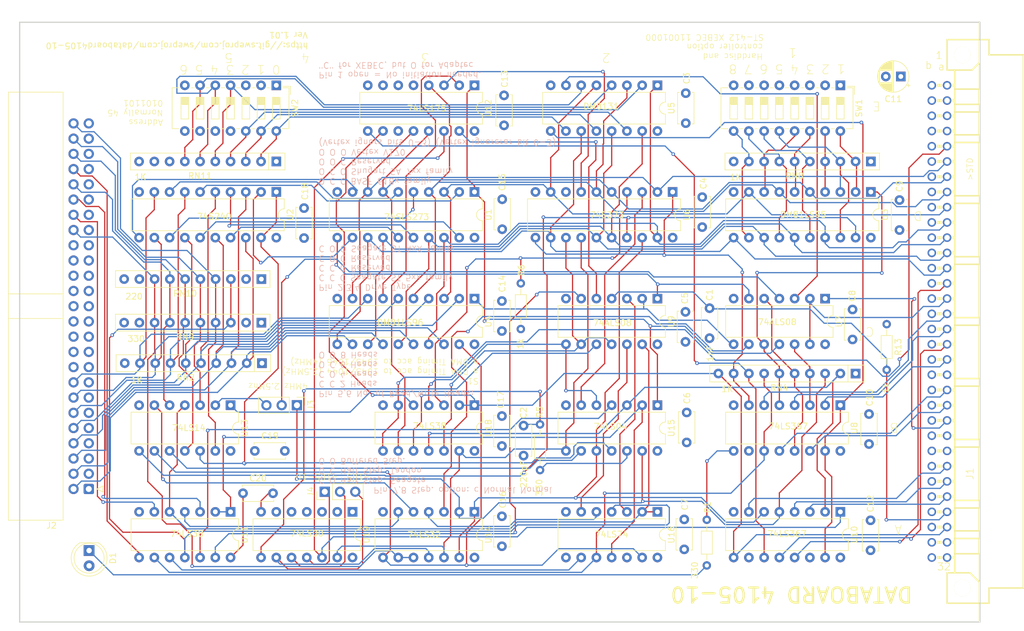
<source format=kicad_pcb>
(kicad_pcb
	(version 20240108)
	(generator "pcbnew")
	(generator_version "8.0")
	(general
		(thickness 1.6)
		(legacy_teardrops no)
	)
	(paper "A4")
	(title_block
		(date "2024-12-23")
		(rev "Ver 1.01")
	)
	(layers
		(0 "F.Cu" signal)
		(1 "In1.Cu" signal)
		(2 "In2.Cu" signal)
		(31 "B.Cu" signal)
		(32 "B.Adhes" user "B.Adhesive")
		(33 "F.Adhes" user "F.Adhesive")
		(34 "B.Paste" user)
		(35 "F.Paste" user)
		(36 "B.SilkS" user "B.Silkscreen")
		(37 "F.SilkS" user "F.Silkscreen")
		(38 "B.Mask" user)
		(39 "F.Mask" user)
		(40 "Dwgs.User" user "User.Drawings")
		(41 "Cmts.User" user "User.Comments")
		(42 "Eco1.User" user "User.Eco1")
		(43 "Eco2.User" user "User.Eco2")
		(44 "Edge.Cuts" user)
		(45 "Margin" user)
		(46 "B.CrtYd" user "B.Courtyard")
		(47 "F.CrtYd" user "F.Courtyard")
		(48 "B.Fab" user)
		(49 "F.Fab" user)
		(50 "User.1" user)
		(51 "User.2" user)
		(52 "User.3" user)
		(53 "User.4" user)
		(54 "User.5" user)
		(55 "User.6" user)
		(56 "User.7" user)
		(57 "User.8" user)
		(58 "User.9" user)
	)
	(setup
		(stackup
			(layer "F.SilkS"
				(type "Top Silk Screen")
			)
			(layer "F.Paste"
				(type "Top Solder Paste")
			)
			(layer "F.Mask"
				(type "Top Solder Mask")
				(thickness 0.01)
			)
			(layer "F.Cu"
				(type "copper")
				(thickness 0.035)
			)
			(layer "dielectric 1"
				(type "prepreg")
				(thickness 0.1)
				(material "FR4")
				(epsilon_r 4.5)
				(loss_tangent 0.02)
			)
			(layer "In1.Cu"
				(type "copper")
				(thickness 0.035)
			)
			(layer "dielectric 2"
				(type "core")
				(thickness 1.24)
				(material "FR4")
				(epsilon_r 4.5)
				(loss_tangent 0.02)
			)
			(layer "In2.Cu"
				(type "copper")
				(thickness 0.035)
			)
			(layer "dielectric 3"
				(type "prepreg")
				(thickness 0.1)
				(material "FR4")
				(epsilon_r 4.5)
				(loss_tangent 0.02)
			)
			(layer "B.Cu"
				(type "copper")
				(thickness 0.035)
			)
			(layer "B.Mask"
				(type "Bottom Solder Mask")
				(thickness 0.01)
			)
			(layer "B.Paste"
				(type "Bottom Solder Paste")
			)
			(layer "B.SilkS"
				(type "Bottom Silk Screen")
			)
			(copper_finish "None")
			(dielectric_constraints no)
		)
		(pad_to_mask_clearance 0)
		(allow_soldermask_bridges_in_footprints no)
		(pcbplotparams
			(layerselection 0x00010fc_ffffffff)
			(plot_on_all_layers_selection 0x0000000_00000000)
			(disableapertmacros no)
			(usegerberextensions no)
			(usegerberattributes yes)
			(usegerberadvancedattributes yes)
			(creategerberjobfile yes)
			(dashed_line_dash_ratio 12.000000)
			(dashed_line_gap_ratio 3.000000)
			(svgprecision 4)
			(plotframeref no)
			(viasonmask no)
			(mode 1)
			(useauxorigin no)
			(hpglpennumber 1)
			(hpglpenspeed 20)
			(hpglpendiameter 15.000000)
			(pdf_front_fp_property_popups yes)
			(pdf_back_fp_property_popups yes)
			(dxfpolygonmode yes)
			(dxfimperialunits yes)
			(dxfusepcbnewfont yes)
			(psnegative no)
			(psa4output no)
			(plotreference yes)
			(plotvalue yes)
			(plotfptext yes)
			(plotinvisibletext no)
			(sketchpadsonfab no)
			(subtractmaskfromsilk no)
			(outputformat 1)
			(mirror no)
			(drillshape 0)
			(scaleselection 1)
			(outputdirectory "gerber_1.00")
		)
	)
	(net 0 "")
	(net 1 "unconnected-(J2-Pin_32-Pad32)")
	(net 2 "/SCSI_SEL")
	(net 3 "/SCSI_RST")
	(net 4 "/SCSI_PARITY")
	(net 5 "unconnected-(J2-Pin_24-Pad24)")
	(net 6 "/SCSI_IO")
	(net 7 "/SCSI_CD")
	(net 8 "/SCSI_REQ")
	(net 9 "unconnected-(J2-Pin_28-Pad28)")
	(net 10 "Net-(U1-Cp)")
	(net 11 "unconnected-(J2-Pin_30-Pad30)")
	(net 12 "Net-(U3-~{G2})")
	(net 13 "Net-(U4-~{G1})")
	(net 14 "Net-(U16B-~{R})")
	(net 15 "/card_selected")
	(net 16 "Net-(U6-D4)")
	(net 17 "unconnected-(J2-Pin_22-Pad22)")
	(net 18 "/SCSI_ACK")
	(net 19 "/~{CS}")
	(net 20 "/SCSI_MSG")
	(net 21 "/~{RST}")
	(net 22 "unconnected-(J2-Pin_20-Pad20)")
	(net 23 "/~{C3}")
	(net 24 "/~{INP}")
	(net 25 "/~{STAT}")
	(net 26 "VCC")
	(net 27 "GND")
	(net 28 "/~{PRAC}")
	(net 29 "/~{C1}")
	(net 30 "/~{OUT}")
	(net 31 "Net-(U16A-D)")
	(net 32 "Net-(D1-K)")
	(net 33 "Net-(U8-O4a)")
	(net 34 "Net-(U1-Q3)")
	(net 35 "Net-(U1-Q4)")
	(net 36 "Net-(U1-Q5)")
	(net 37 "Net-(U1-Q7)")
	(net 38 "Net-(U1-Q6)")
	(net 39 "/D2")
	(net 40 "/D4")
	(net 41 "Net-(U1-Q0)")
	(net 42 "Net-(U1-Q2)")
	(net 43 "/D7")
	(net 44 "/D6")
	(net 45 "/D3")
	(net 46 "Net-(U11-Pad13)")
	(net 47 "/D0")
	(net 48 "Net-(U1-~{Mr})")
	(net 49 "Net-(U1-Q1)")
	(net 50 "/D5")
	(net 51 "/D1")
	(net 52 "Net-(U12-Q3)")
	(net 53 "Net-(U16A-~{Q})")
	(net 54 "Net-(U16A-C)")
	(net 55 "/~{TRRQ}")
	(net 56 "/~{TREN}")
	(net 57 "Net-(U5-~{ST})")
	(net 58 "/~{CSB}")
	(net 59 "/~{R{slash}W}")
	(net 60 "/~{C4}")
	(net 61 "Net-(C2-Pad1)")
	(net 62 "Net-(U6-D1)")
	(net 63 "Net-(U12-~{Q0})")
	(net 64 "Net-(U6-D0)")
	(net 65 "Net-(U10-I3)")
	(net 66 "Net-(U6-D5)")
	(net 67 "Net-(J3-Pin_2)")
	(net 68 "Net-(U14-Pad3)")
	(net 69 "Net-(U15-Pad5)")
	(net 70 "Net-(U19-Pad8)")
	(net 71 "Net-(U10-OEa)")
	(net 72 "Net-(U11-Pad12)")
	(net 73 "Net-(U16B-Q)")
	(net 74 "Net-(U11-Pad4)")
	(net 75 "Net-(U2-OEa)")
	(net 76 "unconnected-(U12-~{Q2}-Pad11)")
	(net 77 "unconnected-(U12-~{Q1}-Pad6)")
	(net 78 "Net-(U12-Q0)")
	(net 79 "unconnected-(U12-Q1-Pad7)")
	(net 80 "Net-(U12-Q2)")
	(net 81 "unconnected-(U12-D1-Pad5)")
	(net 82 "Net-(U13-Pad6)")
	(net 83 "Net-(U13-Pad10)")
	(net 84 "Net-(J4-Pin_1)")
	(net 85 "Net-(U16A-Q)")
	(net 86 "unconnected-(U16B-~{Q}-Pad8)")
	(net 87 "Net-(J3-Pin_3)")
	(net 88 "/~{INT}")
	(net 89 "Net-(J4-Pin_3)")
	(net 90 "unconnected-(U19-Pad6)")
	(net 91 "unconnected-(U19-Pad3)")
	(net 92 "Net-(RN4-R4)")
	(net 93 "Net-(RN4-R8)")
	(net 94 "Net-(RN4-R6)")
	(net 95 "Net-(RN4-R5)")
	(net 96 "Net-(RN8-R1)")
	(net 97 "Net-(RN8-R4)")
	(net 98 "Net-(RN8-R7)")
	(net 99 "Net-(RN8-R5)")
	(net 100 "Net-(RN8-R6)")
	(net 101 "Net-(RN8-R8)")
	(net 102 "Net-(RN8-R3)")
	(net 103 "Net-(RN8-R2)")
	(net 104 "Net-(RN11-R3)")
	(net 105 "Net-(RN11-R1)")
	(net 106 "Net-(RN11-R2)")
	(net 107 "unconnected-(RN11-R8-Pad9)")
	(net 108 "unconnected-(RN11-R7-Pad8)")
	(net 109 "Net-(RN11-R4)")
	(net 110 "Net-(RN11-R6)")
	(net 111 "Net-(RN11-R5)")
	(net 112 "Net-(RN4-R3)")
	(net 113 "unconnected-(J1-Pin_b3-PadB3)")
	(net 114 "/rn4_10")
	(net 115 "/rn4_3")
	(net 116 "/rn4_2")
	(net 117 "/SCSI_TERM")
	(net 118 "/SCSI_ATN")
	(net 119 "/SCSI_BSY")
	(net 120 "unconnected-(RN9-R8-Pad9)")
	(net 121 "unconnected-(RN9-R1-Pad2)")
	(net 122 "unconnected-(RN10-R8-Pad9)")
	(net 123 "unconnected-(RN10-R1-Pad2)")
	(net 124 "unconnected-(RN2-R9-Pad10)")
	(net 125 "unconnected-(RN8-R9-Pad10)")
	(net 126 "unconnected-(RN9-R9-Pad10)")
	(net 127 "unconnected-(RN10-R9-Pad10)")
	(net 128 "unconnected-(RN11-R9-Pad10)")
	(net 129 "Net-(R5-Pad2)")
	(net 130 "unconnected-(J1-Pin_b13-PadB13)")
	(net 131 "unconnected-(J1-Pin_b23-PadB23)")
	(net 132 "unconnected-(J1-Pin_b14-PadB14)")
	(net 133 "unconnected-(J1-Pin_a24-PadA24)")
	(net 134 "unconnected-(J1-Pin_b5-PadB5)")
	(net 135 "unconnected-(J1-Pin_b9-PadB9)")
	(net 136 "unconnected-(J1-Pin_b19-PadB19)")
	(net 137 "unconnected-(J1-Pin_b30-PadB30)")
	(net 138 "unconnected-(J1-Pin_b21-PadB21)")
	(net 139 "unconnected-(J1-Pin_b20-PadB20)")
	(net 140 "unconnected-(J1-Pin_b32-PadB32)")
	(net 141 "unconnected-(J1-Pin_b26-PadB26)")
	(net 142 "unconnected-(J1-Pin_b11-PadB11)")
	(net 143 "unconnected-(J1-Pin_b10-PadB10)")
	(net 144 "unconnected-(J1-Pin_b24-PadB24)")
	(net 145 "unconnected-(J1-Pin_b18-PadB18)")
	(net 146 "unconnected-(J1-Pin_a32-PadA32)")
	(net 147 "unconnected-(J1-Pin_b6-PadB6)")
	(net 148 "unconnected-(J1-Pin_a1-PadA1)")
	(net 149 "unconnected-(J1-Pin_b1-PadB1)")
	(net 150 "unconnected-(J1-Pin_b4-PadB4)")
	(net 151 "unconnected-(J1-Pin_b12-PadB12)")
	(net 152 "unconnected-(J1-Pin_b15-PadB15)")
	(net 153 "unconnected-(J1-Pin_b25-PadB25)")
	(net 154 "unconnected-(J1-Pin_a25-PadA25)")
	(net 155 "unconnected-(J1-Pin_a4-PadA4)")
	(net 156 "unconnected-(J1-Pin_b16-PadB16)")
	(net 157 "unconnected-(J1-Pin_b7-PadB7)")
	(net 158 "unconnected-(J1-Pin_b28-PadB28)")
	(net 159 "unconnected-(J1-Pin_a20-PadA20)")
	(net 160 "unconnected-(J1-Pin_a3-PadA3)")
	(net 161 "unconnected-(J1-Pin_b17-PadB17)")
	(net 162 "unconnected-(J1-Pin_b8-PadB8)")
	(net 163 "unconnected-(J1-Pin_b22-PadB22)")
	(net 164 "unconnected-(J1-Pin_b27-PadB27)")
	(net 165 "unconnected-(J1-Pin_b29-PadB29)")
	(net 166 "Net-(RN10-R2)")
	(net 167 "unconnected-(SW2-Pad7)")
	(net 168 "unconnected-(SW2-Pad8)")
	(net 169 "/rn4_8")
	(net 170 "Net-(U16B-C)")
	(net 171 "Net-(J4-Pin_2)")
	(net 172 "/SASI_D3")
	(net 173 "/SASI_D5")
	(net 174 "/SASI_D7")
	(net 175 "/SASI_D0")
	(net 176 "/SASI_D6")
	(net 177 "/SASI_D1")
	(net 178 "/SASI_D2")
	(net 179 "/SASI_D4")
	(footprint "Package_DIP:DIP-16_W7.62mm" (layer "F.Cu") (at 143.6812 110.4392 -90))
	(footprint "Connector_PinHeader_2.54mm:PinHeader_1x03_P2.54mm_Vertical" (layer "F.Cu") (at 57.7784 124.8664 90))
	(footprint "Resistor_THT:R_Array_SIP10" (layer "F.Cu") (at 148.7612 69.7992 180))
	(footprint "Package_DIP:DIP-14_W7.62mm" (layer "F.Cu") (at 82.7212 110.4392 -90))
	(footprint "Capacitor_THT:C_Disc_D5.0mm_W2.5mm_P5.00mm" (layer "F.Cu") (at 117.6716 134.4784 90))
	(footprint "Package_DIP:DIP-16_W7.62mm" (layer "F.Cu") (at 143.6812 128.2192 -90))
	(footprint "Resistor_THT:R_Axial_DIN0204_L3.6mm_D1.6mm_P7.62mm_Horizontal" (layer "F.Cu") (at 151.4028 96.9264 -90))
	(footprint "Capacitor_THT:C_Disc_D5.0mm_W2.5mm_P5.00mm" (layer "F.Cu") (at 148.7104 134.6308 90))
	(footprint "Capacitor_THT:C_Disc_D5.0mm_W2.5mm_P5.00mm" (layer "F.Cu") (at 44.1532 125.1204))
	(footprint "Capacitor_THT:C_Disc_D5.0mm_W2.5mm_P5.00mm" (layer "F.Cu") (at 90.9 113.8428 -90))
	(footprint "Package_DIP:DIP-20_W7.62mm" (layer "F.Cu") (at 82.7212 92.6592 -90))
	(footprint "Capacitor_THT:C_Disc_D5.0mm_W2.5mm_P5.00mm" (layer "F.Cu") (at 153.5364 81.2292 90))
	(footprint "Package_DIP:DIP-20_W7.62mm" (layer "F.Cu") (at 82.7212 74.8792 -90))
	(footprint "Package_DIP:DIP-14_W7.62mm" (layer "F.Cu") (at 113.2012 128.2192 -90))
	(footprint "Package_DIP:DIP-14_W7.62mm" (layer "F.Cu") (at 42.0812 110.4392 -90))
	(footprint "Resistor_THT:R_Array_SIP10" (layer "F.Cu") (at 146.2212 105.156 180))
	(footprint "Package_DIP:DIP-14_W7.62mm" (layer "F.Cu") (at 42.0812 128.2192 -90))
	(footprint "Capacitor_THT:C_Disc_D5.0mm_W2.5mm_P5.00mm" (layer "F.Cu") (at 148.4564 116.9124 90))
	(footprint "Package_DIP:DIP-20_W7.62mm" (layer "F.Cu") (at 115.7412 74.8792 -90))
	(footprint "Capacitor_THT:C_Disc_D5.0mm_W2.5mm_P5.00mm" (layer "F.Cu") (at 87.2932 133.9596 90))
	(footprint "Resistor_THT:R_Array_SIP10" (layer "F.Cu") (at 47.212 96.6724 180))
	(footprint "Package_DIP:DIP-14_W7.62mm" (layer "F.Cu") (at 62.4012 128.2192 -90))
	(footprint "Capacitor_THT:C_Disc_D5.0mm_W2.5mm_P5.00mm" (layer "F.Cu") (at 117.9256 63.4092 90))
	(footprint "Package_DIP:DIP-14_W7.62mm" (layer "F.Cu") (at 113.2012 110.4392 -90))
	(footprint "Resistor_THT:R_Array_SIP10" (layer "F.Cu") (at 47.212 89.408 180))
	(footprint "Resistor_THT:R_Array_SIP10" (layer "F.Cu") (at 47.3136 103.4288 180))
	(footprint "Package_DIP:DIP-14_W7.62mm" (layer "F.Cu") (at 141.1412 92.6592 -90))
	(footprint "Capacitor_THT:CP_Radial_D5.0mm_P2.50mm"
		(layer "F.Cu")
		(uuid "807212b6-d76e-4add-8b04-f41db56b04ed")
		(at 153.7504 55.626 180)
		(descr "CP, Radial series, Radial, pin pitch=2.50mm, , diameter=5mm, Electrolytic Capacitor")
		(tags "CP Radial series Radial pin pitch 2.50mm  diameter 5mm Electrolytic Capacitor")
		(property "Reference" "C11"
			(at 1.25 -3.75 0)
			(layer "F.SilkS")
			(uuid "aac6ba22-c554-452e-bdb7-09b64867eae8")
			(effects
				(font
					(size 1 1)
					(thickness 0.15)
				)
			)
		)
		(property "Value" "47uF"
			(at 1.25 3.75 0)
			(layer "F.Fab")
			(uuid "770bcbbf-cd52-4cd3-9cd8-c5f57cede8b7")
			(effects
				(font
					(size 1 1)
					(thickness 0.15)
				)
			)
		)
		(property "Footprint" "Capacitor_THT:CP_Radial_D5.0mm_P2.50mm"
			(at 0 0 180)
			(unlocked yes)
			(layer "F.Fab")
			(hide yes)
			(uuid "f015d08b-e09b-4e77-9036-d84d9549adb7")
			(effects
				(font
					(size 1.27 1.27)
					(thickness 0.15)
				)
			)
		)
		(property "Datasheet" ""
			(at 0 0 180)
			(unlocked yes)
			(layer "F.Fab")
			(hide yes)
			(uuid "cdd92070-08bd-4526-a44b-4f4fb9a7cc54")
			(effects
				(font
					(size 1.27 1.27)
					(thickness 0.15)
				)
			)
		)
		(property "Description" "Polarized capacitor, small symbol"
			(at 0 0 180)
			(unlocked yes)
			(layer "F.Fab")
			(hide yes)
			(uuid "f42eb0d1-048e-4a24-b304-45a7b9df8929")
			(effects
				(font
					(size 1.27 1.27)
					(thickness 0.15)
				)
			)
		)
		(property ki_fp_filters "CP_*")
		(path "/f3498465-5a1f-4b25-a628-4040846b0353")
		(sheetname "Root")
		(sheetfile "4680-4105-10.kicad_sch")
		(attr through_hole)
		(fp_line
			(start 3.851 -0.284)
			(end 3.851 0.284)
			(stroke
				(width 0.12)
				(type solid)
			)
			(layer "F.SilkS")
			(uuid "fc44b17c-6c61-497a-a490-b8bb42eb584f")
		)
		(fp_line
			(start 3.811 -0.518)
			(end 3.811 0.518)
			(stroke
				(width 0.12)
				(type solid)
			)
			(layer "F.SilkS")
			(uuid "25e2b98e-d765-4dc4-a498-973b60462386")
		)
		(fp_line
			(start 3.771 -0.677)
			(end 3.771 0.677)
			(stroke
				(width 0.12)
				(type solid)
			)
			(layer "F.SilkS")
			(uuid "bbb75ad8-41fa-4bb1-95d8-7371fb3c4fc9")
		)
		(fp_line
			(start 3.731 -0.805)
			(end 3.731 0.805)
			(stroke
				(width 0.12)
				(type solid)
			)
			(layer "F.SilkS")
			(uuid "274c327b-0299-4e7d-b756-27cbed1a85fa")
		)
		(fp_line
			(start 3.691 -0.915)
			(end 3.691 0.915)
			(stroke
				(width 0.12)
				(type solid)
			)
			(layer "F.SilkS")
			(uuid "3ac58704-125b-467b-a6e2-16a8209c241b")
		)
		(fp_line
			(start 3.651 -1.011)
			(end 3.651 1.011)
			(stroke
				(w
... [2374547 chars truncated]
</source>
